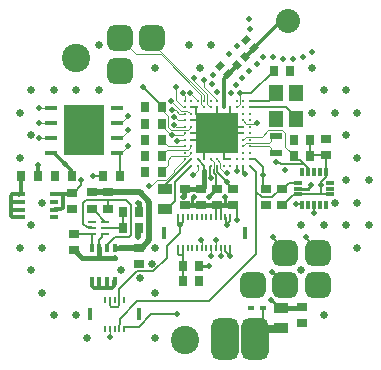
<source format=gtl>
G04*
G04 #@! TF.GenerationSoftware,Altium Limited,Altium Designer,19.0.12 (326)*
G04*
G04 Layer_Physical_Order=1*
G04 Layer_Color=255*
%FSLAX24Y24*%
%MOIN*%
G70*
G01*
G75*
%ADD14C,0.0100*%
G04:AMPARAMS|DCode=17|XSize=85mil|YSize=85mil|CornerRadius=21.3mil|HoleSize=0mil|Usage=FLASHONLY|Rotation=0.000|XOffset=0mil|YOffset=0mil|HoleType=Round|Shape=RoundedRectangle|*
%AMROUNDEDRECTD17*
21,1,0.0850,0.0425,0,0,0.0*
21,1,0.0425,0.0850,0,0,0.0*
1,1,0.0425,0.0213,-0.0213*
1,1,0.0425,-0.0213,-0.0213*
1,1,0.0425,-0.0213,0.0213*
1,1,0.0425,0.0213,0.0213*
%
%ADD17ROUNDEDRECTD17*%
%ADD18R,0.0150X0.0433*%
%ADD19R,0.0091X0.0248*%
%ADD20R,0.0276X0.0354*%
%ADD21R,0.0150X0.0433*%
G04:AMPARAMS|DCode=22|XSize=25.6mil|YSize=21.7mil|CornerRadius=0mil|HoleSize=0mil|Usage=FLASHONLY|Rotation=45.000|XOffset=0mil|YOffset=0mil|HoleType=Round|Shape=Rectangle|*
%AMROTATEDRECTD22*
4,1,4,-0.0014,-0.0167,-0.0167,-0.0014,0.0014,0.0167,0.0167,0.0014,-0.0014,-0.0167,0.0*
%
%ADD22ROTATEDRECTD22*%

G04:AMPARAMS|DCode=23|XSize=25.6mil|YSize=21.7mil|CornerRadius=0mil|HoleSize=0mil|Usage=FLASHONLY|Rotation=315.000|XOffset=0mil|YOffset=0mil|HoleType=Round|Shape=Rectangle|*
%AMROTATEDRECTD23*
4,1,4,-0.0167,0.0014,-0.0014,0.0167,0.0167,-0.0014,0.0014,-0.0167,-0.0167,0.0014,0.0*
%
%ADD23ROTATEDRECTD23*%

%ADD24R,0.0354X0.0276*%
%ADD25R,0.0197X0.0118*%
%ADD26R,0.0512X0.0335*%
%ADD27R,0.0295X0.0157*%
%ADD28R,0.0118X0.0315*%
%ADD29R,0.0315X0.0118*%
%ADD30R,0.0413X0.0177*%
%ADD31R,0.0472X0.0551*%
%ADD32R,0.0433X0.0236*%
%ADD33R,0.0157X0.0295*%
%ADD34R,0.0295X0.0110*%
%ADD59R,0.1437X0.1372*%
%ADD64R,0.1339X0.1693*%
%ADD65R,0.0311X0.0094*%
%ADD66R,0.0094X0.0094*%
%ADD67C,0.0080*%
%ADD68C,0.0040*%
%ADD69C,0.0080*%
%ADD70C,0.0120*%
%ADD71C,0.0150*%
%ADD72C,0.0200*%
%ADD73C,0.0060*%
%ADD74C,0.0123*%
%ADD75C,0.0250*%
%ADD76C,0.0803*%
G04:AMPARAMS|DCode=77|XSize=137.8mil|YSize=90.6mil|CornerRadius=22.6mil|HoleSize=0mil|Usage=FLASHONLY|Rotation=90.000|XOffset=0mil|YOffset=0mil|HoleType=Round|Shape=RoundedRectangle|*
%AMROUNDEDRECTD77*
21,1,0.1378,0.0453,0,0,90.0*
21,1,0.0925,0.0906,0,0,90.0*
1,1,0.0453,0.0226,0.0463*
1,1,0.0453,0.0226,-0.0463*
1,1,0.0453,-0.0226,-0.0463*
1,1,0.0453,-0.0226,0.0463*
%
%ADD77ROUNDEDRECTD77*%
%ADD78C,0.0945*%
%ADD79C,0.0220*%
%ADD80C,0.0200*%
%ADD81C,0.0250*%
D14*
X379Y-2598D02*
X695D01*
X1230Y-559D02*
Y-300D01*
X379Y-2598D02*
X379Y-2598D01*
X3059Y-4026D02*
X3100D01*
X3665Y-30D02*
X3995D01*
X4104Y80D01*
X150Y-350D02*
X200Y-300D01*
X150Y-577D02*
Y-350D01*
X143Y-585D02*
X150Y-577D01*
X1230Y-559D02*
X1255Y-585D01*
X2769Y-3736D02*
X3059Y-4026D01*
X700Y-300D02*
Y-269D01*
X935Y-33D01*
X974D01*
X-3874Y400D02*
Y562D01*
X-4111Y799D02*
X-3874Y562D01*
Y396D02*
Y400D01*
X-4474Y1161D02*
X-4111Y799D01*
X-4575Y1161D02*
X-4474D01*
D17*
X2165Y-3248D02*
D03*
X-2274Y3898D02*
D03*
X4331Y-2165D02*
D03*
X3248D02*
D03*
Y-3250D02*
D03*
X-1191Y4980D02*
D03*
X-2274D02*
D03*
X4331Y-3250D02*
D03*
D18*
X-3255Y-4223D02*
D03*
X-1625D02*
D03*
D19*
X-2755Y-3743D02*
D03*
X-2598D02*
D03*
X-2440D02*
D03*
X-2283D02*
D03*
X-2125D02*
D03*
Y-4725D02*
D03*
X-2283D02*
D03*
X-2440D02*
D03*
X-2598D02*
D03*
X-2755D02*
D03*
X-325Y-2028D02*
D03*
Y-984D02*
D03*
X1407Y-2028D02*
D03*
Y-984D02*
D03*
X-167D02*
D03*
X-10D02*
D03*
X148D02*
D03*
X305D02*
D03*
X463D02*
D03*
X620D02*
D03*
X778D02*
D03*
X935D02*
D03*
X1093D02*
D03*
X1250D02*
D03*
Y-2028D02*
D03*
X1093D02*
D03*
X935D02*
D03*
X778D02*
D03*
X620D02*
D03*
X463D02*
D03*
X305D02*
D03*
X148D02*
D03*
X-10D02*
D03*
X-167D02*
D03*
D20*
X379Y-3100D02*
D03*
X-172D02*
D03*
Y-2598D02*
D03*
X379D02*
D03*
X-5001Y396D02*
D03*
X-5552D02*
D03*
X-2173Y-1341D02*
D03*
X-1622D02*
D03*
X-4426Y400D02*
D03*
X-3874D02*
D03*
X-2274Y396D02*
D03*
X-2825D02*
D03*
X-1417Y508D02*
D03*
X-866D02*
D03*
X-1417Y1049D02*
D03*
X-866D02*
D03*
X-1417Y1591D02*
D03*
X-866D02*
D03*
X-1417Y2132D02*
D03*
X-866D02*
D03*
X-1417Y2673D02*
D03*
X-866D02*
D03*
X3415Y3898D02*
D03*
X2864D02*
D03*
X3530Y1591D02*
D03*
X4081D02*
D03*
X3530Y1049D02*
D03*
X4081D02*
D03*
X-2173Y-807D02*
D03*
X-1622D02*
D03*
D21*
X1896Y-1506D02*
D03*
X-813D02*
D03*
D22*
X2199Y4639D02*
D03*
X1921Y4917D02*
D03*
X1350Y3789D02*
D03*
X1072Y4068D02*
D03*
D23*
X1900Y4367D02*
D03*
X1622Y4089D02*
D03*
D24*
X3789Y-3967D02*
D03*
Y-4518D02*
D03*
X-3850Y-177D02*
D03*
Y-729D02*
D03*
X-3797Y-1537D02*
D03*
Y-2089D02*
D03*
X4596Y1624D02*
D03*
Y1073D02*
D03*
X3140Y-33D02*
D03*
Y-585D02*
D03*
X2598D02*
D03*
Y-33D02*
D03*
X-1624Y-2549D02*
D03*
Y-1998D02*
D03*
X1516Y-585D02*
D03*
Y-33D02*
D03*
X974Y-585D02*
D03*
Y-33D02*
D03*
X433Y-585D02*
D03*
Y-33D02*
D03*
X-108Y-585D02*
D03*
Y-33D02*
D03*
X-3207Y-157D02*
D03*
Y-709D02*
D03*
X-2657Y-157D02*
D03*
Y-709D02*
D03*
D25*
X2096Y-4006D02*
D03*
X2490D02*
D03*
D26*
X3100D02*
D03*
Y-4675D02*
D03*
X-778Y-703D02*
D03*
Y-33D02*
D03*
D27*
X-4450Y-994D02*
D03*
Y-738D02*
D03*
Y-482D02*
D03*
Y-226D02*
D03*
X-5552Y-994D02*
D03*
Y-738D02*
D03*
Y-482D02*
D03*
Y-226D02*
D03*
D28*
X3809Y508D02*
D03*
X4006D02*
D03*
X4203D02*
D03*
X4400D02*
D03*
X4596D02*
D03*
Y-567D02*
D03*
X4400D02*
D03*
X4203D02*
D03*
X4006D02*
D03*
X3809D02*
D03*
D29*
X4740Y167D02*
D03*
Y-30D02*
D03*
Y-226D02*
D03*
X3665D02*
D03*
Y-30D02*
D03*
Y167D02*
D03*
D30*
X-2354Y1161D02*
D03*
X-2354Y1661D02*
D03*
Y2161D02*
D03*
X-2354Y2661D02*
D03*
X-4575Y1161D02*
D03*
X-4575Y1661D02*
D03*
Y2161D02*
D03*
X-4575Y2661D02*
D03*
D31*
X2923Y2274D02*
D03*
Y3140D02*
D03*
X3593D02*
D03*
Y2274D02*
D03*
D32*
X2923Y1709D02*
D03*
Y1157D02*
D03*
D33*
X-2439Y-1998D02*
D03*
X-2695Y-1998D02*
D03*
X-2951Y-1998D02*
D03*
X-3207Y-1998D02*
D03*
X-2439Y-3100D02*
D03*
X-2695D02*
D03*
X-2951D02*
D03*
X-3207D02*
D03*
D34*
Y-1144D02*
D03*
Y-1341D02*
D03*
Y-1537D02*
D03*
X-2754Y-1144D02*
D03*
Y-1341D02*
D03*
Y-1537D02*
D03*
D59*
X974Y1807D02*
D03*
D64*
X-3465Y1911D02*
D03*
D65*
X217Y2673D02*
D03*
D66*
X1841Y2024D02*
D03*
Y1807D02*
D03*
X1191Y941D02*
D03*
X541D02*
D03*
X108Y1591D02*
D03*
Y1807D02*
D03*
Y2240D02*
D03*
X541Y2673D02*
D03*
X758D02*
D03*
X974D02*
D03*
X1191D02*
D03*
X1407D02*
D03*
X1624D02*
D03*
X1841D02*
D03*
Y2457D02*
D03*
Y2240D02*
D03*
Y1591D02*
D03*
Y1374D02*
D03*
Y1157D02*
D03*
Y941D02*
D03*
X1624D02*
D03*
X1407D02*
D03*
X974D02*
D03*
X758D02*
D03*
X325D02*
D03*
X108D02*
D03*
Y1157D02*
D03*
Y1374D02*
D03*
Y2024D02*
D03*
Y2457D02*
D03*
X758Y724D02*
D03*
X108Y2890D02*
D03*
X-108Y941D02*
D03*
Y1157D02*
D03*
Y1374D02*
D03*
Y1591D02*
D03*
Y1807D02*
D03*
Y2024D02*
D03*
Y2240D02*
D03*
Y2457D02*
D03*
Y2673D02*
D03*
Y2890D02*
D03*
X108Y724D02*
D03*
X325D02*
D03*
X541D02*
D03*
X974D02*
D03*
X1191D02*
D03*
X1407D02*
D03*
X1624D02*
D03*
X1841D02*
D03*
X2057D02*
D03*
Y941D02*
D03*
Y1157D02*
D03*
Y1374D02*
D03*
Y1591D02*
D03*
Y1807D02*
D03*
Y2024D02*
D03*
Y2240D02*
D03*
Y2457D02*
D03*
Y2673D02*
D03*
Y2890D02*
D03*
X1841D02*
D03*
X1624D02*
D03*
X974D02*
D03*
X758D02*
D03*
X541D02*
D03*
X325D02*
D03*
D67*
X-1638Y-4641D02*
X-1220Y-4222D01*
X-2120Y-4641D02*
X-1638D01*
X-2125Y-4646D02*
X-2120Y-4641D01*
X-2125Y-4725D02*
Y-4646D01*
X-1220Y-4222D02*
X-350D01*
X-2274Y-4366D02*
X-1697Y-3789D01*
X-2274Y-4512D02*
Y-4366D01*
X1402Y-1115D02*
Y-990D01*
X1252Y-2118D02*
Y-2029D01*
X-266Y-1250D02*
Y-1237D01*
X1402Y-990D02*
X1407Y-984D01*
X1250Y-2028D02*
X1252Y-2029D01*
X-266Y-1237D02*
X-173Y-1143D01*
X1255Y-1174D02*
X1299Y-1218D01*
X1252Y-2118D02*
X1407Y-2274D01*
X-190Y-2251D02*
X-172Y-2269D01*
X-173Y-1143D02*
Y-990D01*
X1255Y-1174D02*
Y-990D01*
X-296Y-2251D02*
X-190D01*
X-173Y-990D02*
X-167Y-984D01*
X1250D02*
X1255Y-990D01*
X-325Y-2222D02*
X-296Y-2251D01*
X1407Y-2274D02*
X1407Y-2274D01*
X-320Y-1164D02*
Y-990D01*
X-325Y-2222D02*
Y-2028D01*
X1407Y-2274D02*
Y-2028D01*
X-325Y-984D02*
X-320Y-990D01*
X-172Y-2269D02*
Y-2032D01*
X1299Y-1218D02*
X1402Y-1115D01*
X1407Y-2028D02*
X1407Y-2028D01*
X-172Y-2032D02*
X-167Y-2028D01*
X2509Y56D02*
Y672D01*
X2240Y941D02*
X2509Y672D01*
X2057Y941D02*
X2240D01*
X2509Y56D02*
X2598Y-33D01*
X3124Y781D02*
X3866D01*
X3726Y921D02*
X3866Y781D01*
X3627Y921D02*
X3726D01*
X3530Y1019D02*
X3627Y921D01*
X2057Y724D02*
X2274Y508D01*
Y-137D02*
Y508D01*
X3866Y781D02*
X4006Y641D01*
X-1697Y-3789D02*
X693D01*
X2274Y-2209D01*
Y-137D01*
X-2283Y-3381D02*
X-1697Y-2795D01*
X-1156D01*
X-2283Y-3743D02*
Y-3381D01*
X-2592Y-3925D02*
X-2551Y-3967D01*
X-2592Y-3925D02*
Y-3749D01*
X-2551Y-3967D02*
X-2330D01*
X-1156Y-2795D02*
X-708Y-2348D01*
Y-1949D01*
X-753Y80D02*
X108Y941D01*
X-433Y183D02*
X108Y724D01*
X-433Y-447D02*
Y183D01*
X-266Y-1507D02*
Y-1250D01*
X-708Y-1949D02*
X-266Y-1507D01*
X-2330Y-3967D02*
X-2288Y-3925D01*
Y-3749D01*
X-2283Y-3743D01*
X-2598D02*
X-2592Y-3749D01*
X-753Y-33D02*
Y80D01*
X-778Y-33D02*
X-753D01*
X-172Y-3100D02*
Y-2598D01*
Y-2269D01*
X3593Y2348D02*
Y2357D01*
X3277Y2673D02*
X3593Y2357D01*
X2057Y2673D02*
X3277D01*
X2923Y3140D02*
Y3215D01*
Y3113D02*
Y3140D01*
X2700Y2890D02*
X2923Y3113D01*
X2057Y2890D02*
X2700D01*
X938Y42D02*
X1050D01*
X2232Y-5089D02*
X2490Y-4831D01*
X1300Y172D02*
Y200D01*
Y172D02*
X1379Y93D01*
Y64D02*
Y93D01*
Y64D02*
X1476Y-33D01*
X1516D01*
X980Y534D02*
X1245Y270D01*
X1300Y200D02*
Y215D01*
X2274Y-137D02*
X2462Y-325D01*
X1555Y-585D02*
X1653Y-682D01*
Y-1083D02*
Y-682D01*
X1516Y-585D02*
X1555D01*
X296Y-487D02*
X394Y-585D01*
X433D01*
X974D02*
X995D01*
X1093Y-682D01*
Y-984D02*
Y-682D01*
X935Y-624D02*
X974Y-585D01*
X935Y-984D02*
Y-624D01*
X2490Y-4831D02*
Y-4776D01*
X2117Y3150D02*
X2864Y3898D01*
X1732Y3150D02*
X2117D01*
X2490Y-4776D02*
Y-4006D01*
X938Y42D02*
Y407D01*
X860Y485D02*
X938Y407D01*
X860Y485D02*
Y619D01*
X980Y534D02*
Y719D01*
X974Y724D02*
X980Y719D01*
X974Y-33D02*
X1050Y42D01*
X-3562Y71D02*
Y238D01*
X-3811Y-177D02*
X-3562Y71D01*
Y238D02*
X-3550Y250D01*
X-3850Y-177D02*
X-3811D01*
X3792Y-550D02*
X3809Y-567D01*
X3600Y-550D02*
X3792D01*
X-1506Y3350D02*
X-1504D01*
X4439Y80D02*
Y196D01*
Y-226D02*
Y80D01*
X-1504Y3350D02*
X-866Y2713D01*
Y2673D02*
Y2713D01*
X-3150Y396D02*
X-2825D01*
X1841Y528D02*
X1900Y469D01*
X1841Y528D02*
Y724D01*
X-2322Y1161D02*
X-2274Y1113D01*
Y396D02*
Y1113D01*
X4596Y508D02*
Y1073D01*
X4081Y1049D02*
X4104Y1073D01*
X4596D01*
X4081Y1049D02*
Y1591D01*
X4006Y508D02*
Y641D01*
X3530Y1019D02*
Y1049D01*
X4596Y353D02*
Y508D01*
X4439Y196D02*
X4596Y353D01*
X4439Y-226D02*
X4740D01*
X3665D02*
X4439D01*
X3518Y-245D02*
X3646D01*
X3179Y-585D02*
X3518Y-245D01*
X3140Y-585D02*
X3179D01*
X3646Y-245D02*
X3665Y-226D01*
X2809Y-325D02*
X3100Y-33D01*
X2462Y-325D02*
X2809D01*
X3380Y167D02*
X3665D01*
X3179Y-33D02*
X3380Y167D01*
X3140Y-33D02*
X3179D01*
X3100D02*
X3140D01*
X-689Y-703D02*
X-433Y-447D01*
X-778Y-703D02*
X-689D01*
X1624Y542D02*
Y724D01*
X541Y550D02*
Y724D01*
X325Y941D02*
X541Y724D01*
X-3070Y-828D02*
X-2754Y-1144D01*
X-3070Y-828D02*
Y-806D01*
X-3167Y-709D02*
X-3070Y-806D01*
X-3207Y-709D02*
X-3167D01*
X-2649Y-412D02*
X-2074D01*
X-3399D02*
X-2649D01*
X-2657Y-420D02*
X-2649Y-412D01*
X-2657Y-709D02*
Y-420D01*
X-3499Y-1206D02*
X-3379Y-1325D01*
X-3499Y-1206D02*
Y-512D01*
X-3399Y-412D01*
X-2074D02*
X-1899Y-587D01*
X-3379Y-1325D02*
X-3222D01*
X-3207Y-1341D01*
X-2173D02*
Y-807D01*
X-2754Y-1341D02*
X-2173D01*
X-2695Y-1998D02*
Y-1908D01*
X-2431Y-1644D01*
X-1973D01*
X-1899Y-1570D01*
Y-587D01*
X-2951Y-1998D02*
Y-1734D01*
X-2860Y-1644D01*
X-2860Y-1553D02*
X-2860Y-1644D01*
X-2860Y-1553D02*
X-2845Y-1537D01*
X-2754Y-1537D01*
X-3797D02*
X-3207D01*
Y-1998D02*
Y-1537D01*
D68*
X935Y-2028D02*
Y-1762D01*
X768Y-2274D02*
X773Y-2269D01*
X1093Y-2274D02*
Y-2028D01*
X433Y-1762D02*
X463Y-1792D01*
Y-2028D02*
Y-1792D01*
X773Y-2269D02*
Y-2032D01*
X778Y-2028D01*
X-2598Y-4980D02*
X-2598Y-4980D01*
Y-4725D01*
X-2598Y-4725D01*
X-1299Y42D02*
X-1228D01*
X-1026Y243D01*
X-731D01*
X-458Y516D01*
Y591D01*
X-108Y941D01*
X-0Y1049D02*
X108Y1157D01*
X-551Y1049D02*
X-0D01*
X9Y1265D02*
X81Y1337D01*
X-685Y1265D02*
X9D01*
X-4950Y2150D02*
X-4411D01*
X-4950Y2650D02*
X-4411D01*
X-4950Y1650D02*
X-4411D01*
X-758Y941D02*
Y1192D01*
X66Y3148D02*
X325Y2890D01*
X66Y3148D02*
Y3150D01*
X-177Y3115D02*
Y3150D01*
Y3115D02*
X-108Y3047D01*
Y2890D02*
Y3047D01*
X-913Y4439D02*
X433Y3093D01*
X-880Y4519D02*
X541Y3098D01*
X217Y3556D02*
X651Y3122D01*
X550Y3340D02*
Y3573D01*
Y3340D02*
X974Y2915D01*
X-881Y4519D02*
X-880D01*
X541Y2890D02*
Y3098D01*
X-1732Y4439D02*
X-913D01*
X433Y2781D02*
Y3093D01*
X325Y596D02*
Y724D01*
X161Y433D02*
X325Y596D01*
X651Y2781D02*
Y3122D01*
X974Y2890D02*
Y2915D01*
X217Y3556D02*
Y3657D01*
X-1191Y4829D02*
X-881Y4519D01*
X-1191Y4829D02*
Y4980D01*
X1236Y500D02*
X1319D01*
X1084Y652D02*
X1236Y500D01*
X866Y541D02*
Y866D01*
X1084Y652D02*
Y832D01*
X974Y941D02*
X1084Y832D01*
X-2274Y4980D02*
X-1732Y4439D01*
X-350Y1550D02*
X-307D01*
X-674Y1374D02*
X-108D01*
X-548Y1916D02*
X1D01*
X-450Y2093D02*
X-381Y2024D01*
X-650Y2018D02*
Y2387D01*
X-546Y1738D02*
X-177D01*
X-550D02*
X-546D01*
X-650Y2018D02*
X-548Y1916D01*
X-323Y2240D02*
X-108D01*
X-433Y2350D02*
X-323Y2240D01*
X2283Y2133D02*
X2300Y2150D01*
X1948Y2133D02*
X2283D01*
X1841Y2240D02*
X1948Y2133D01*
X-668Y745D02*
Y932D01*
X-866Y547D02*
X-668Y745D01*
Y932D02*
X-551Y1049D01*
X-758Y1192D02*
X-685Y1265D01*
X1732Y2782D02*
Y3150D01*
X433Y2781D02*
X541Y2673D01*
X651Y2781D02*
X731Y2701D01*
Y2700D02*
Y2701D01*
Y2700D02*
X758Y2673D01*
X-866Y2055D02*
X-550Y1738D01*
X-177D02*
X-108Y1807D01*
X-866Y2055D02*
Y2132D01*
X-307Y1550D02*
X-266Y1591D01*
X-108D01*
X-866Y1566D02*
X-674Y1374D01*
X-866Y1566D02*
Y1591D01*
X-4411Y2650D02*
X-4400Y2661D01*
X-4411Y2150D02*
X-4400Y2161D01*
X-4411Y1650D02*
X-4400Y1661D01*
X-390Y2917D02*
Y3340D01*
X-400Y3350D02*
X-390Y3340D01*
X-4575Y1661D02*
X-4400D01*
X-4575Y2161D02*
X-4400D01*
X-4575Y2661D02*
X-4400D01*
X-2000Y1898D02*
Y1916D01*
X-2236Y1661D02*
X-2000Y1898D01*
X-2322Y1161D02*
X-2236D01*
X-2354D02*
X-2322D01*
X-2168Y1232D02*
X-2000Y1400D01*
X-2168Y1230D02*
Y1232D01*
X-2236Y1161D02*
X-2168Y1230D01*
X-2354Y1661D02*
X-2236D01*
X-2168Y2232D02*
X-2000Y2400D01*
X-2168Y2230D02*
Y2232D01*
X-2236Y2161D02*
X-2168Y2230D01*
X-2354Y2161D02*
X-2236D01*
X-390Y2917D02*
X-174Y2700D01*
X-136D01*
X-108Y2673D01*
X-550Y2900D02*
X-214Y2564D01*
X-280Y2457D02*
X-108D01*
X-400Y2577D02*
X-280Y2457D01*
X-520Y2577D02*
X-400D01*
X-214Y2564D02*
X-14D01*
X66Y2484D01*
X81D01*
X108Y2457D01*
X-546Y2603D02*
X-520Y2577D01*
X-450Y2350D02*
X-433D01*
X-866Y2603D02*
X-650Y2387D01*
X-381Y2024D02*
X-108D01*
X3248Y1366D02*
Y1810D01*
X3146Y1911D02*
X3248Y1810D01*
X2669Y1911D02*
X3146D01*
X1624Y2673D02*
X1732Y2782D01*
X-866Y2603D02*
Y2673D01*
X1Y1916D02*
X108Y2024D01*
X-866Y1049D02*
X-758Y941D01*
X81Y1337D02*
Y1347D01*
X108Y1374D01*
X-866Y508D02*
Y547D01*
X3248Y1366D02*
X3530Y1084D01*
Y1049D02*
Y1084D01*
X2458Y1700D02*
X2669Y1911D01*
X1985Y1700D02*
X2458D01*
X1984Y1701D02*
X1985Y1700D01*
X1951Y1701D02*
X1984D01*
X1841Y1591D02*
X1951Y1701D01*
X1950Y1483D02*
X2698D01*
X2769Y1554D01*
Y1611D01*
X2867Y1709D01*
X2923D01*
X1841Y1374D02*
X1950Y1483D01*
X2707Y1374D02*
X2769Y1312D01*
Y1256D02*
Y1312D01*
Y1256D02*
X2867Y1157D01*
X2923D01*
X2057Y1374D02*
X2707D01*
X819Y914D02*
X866Y866D01*
X785Y914D02*
X819D01*
X758Y941D02*
X785Y914D01*
D69*
X-2283Y-4725D02*
X-2274Y-4439D01*
X2923Y866D02*
X3124Y781D01*
D70*
X-2528Y-3362D02*
X-2458Y-3292D01*
Y-3119D01*
X-2699Y-3362D02*
X-2528Y-3362D01*
X-5640Y-245D02*
Y-226D01*
X-5000Y397D02*
Y750D01*
X-5001Y396D02*
X-5000Y397D01*
X-4174Y-226D02*
X-3899D01*
X-4450D02*
X-4174D01*
X-4221Y-726D02*
X-4174Y-680D01*
X-4438Y-726D02*
X-4221D01*
X-4450Y-738D02*
X-4438Y-726D01*
X-4174Y-680D02*
Y-226D01*
X-3899D02*
X-3850Y-177D01*
X-5552Y-226D02*
Y396D01*
X-5864Y-226D02*
X-5640D01*
X-5900Y-263D02*
X-5864Y-226D01*
X-5900Y-500D02*
Y-263D01*
Y-722D02*
Y-500D01*
Y-944D02*
Y-722D01*
X-5884Y-738D01*
X-5552D01*
X-5900Y-500D02*
X-5882Y-482D01*
X-5552D01*
X-5850Y-994D02*
X-5552D01*
X-5900Y-944D02*
X-5850Y-994D01*
X-5640Y-245D02*
X-5621Y-226D01*
X-5552D01*
X-2949Y-3362D02*
X-2699Y-3362D01*
X-2695Y-3358D01*
Y-3100D01*
X-3118Y-3362D02*
X-2949Y-3362D01*
X-2951Y-3361D02*
X-2949Y-3362D01*
X-2951Y-3361D02*
Y-3100D01*
X-3188Y-3292D02*
X-3118Y-3362D01*
X-2458Y-3119D02*
X-2439Y-3100D01*
X-3188Y-3292D02*
X-3188Y-3119D01*
X-3207Y-3100D02*
X-3188Y-3119D01*
D71*
X-150Y-300D02*
X-140Y-290D01*
X1255Y-585D02*
X1516D01*
X995D02*
X1255D01*
X143D02*
X394D01*
X-108D02*
X143D01*
X-140Y-290D02*
Y-66D01*
X433Y-585D02*
X974D01*
X3750Y-4006D02*
X3789Y-3967D01*
X3100Y-4006D02*
X3750D01*
X3008Y-3914D02*
X3100Y-4006D01*
X-2951Y-2361D02*
X-2432D01*
X-2431Y-2362D01*
X-3525Y-2361D02*
X-2951D01*
X-3695Y-2191D02*
X-3525Y-2361D01*
X-2951D02*
Y-1998D01*
X-3695Y-2191D02*
Y-2151D01*
X-3758Y-2089D02*
X-3695Y-2151D01*
X-3797Y-2089D02*
X-3758D01*
X-140Y-66D02*
X-108Y-33D01*
X-1650Y-512D02*
X-1640Y-522D01*
Y-789D02*
Y-522D01*
Y-789D02*
X-1622Y-807D01*
X410Y-57D02*
X433Y-33D01*
X535Y29D02*
Y544D01*
X-108Y-33D02*
X433D01*
X472D02*
X535Y29D01*
X433Y-33D02*
X472D01*
X-2439Y-1998D02*
X-2249Y-1998D01*
D72*
X-1299Y-1762D02*
Y-470D01*
X-1535Y-1998D02*
X-1299Y-1762D01*
X-3207Y-157D02*
X-1612D01*
X-1624Y-1998D02*
X-1535D01*
X-2249Y-1998D02*
X-1624Y-1998D01*
X-1650Y-1650D02*
Y-1369D01*
X-1622Y-1341D01*
X-1612Y-157D02*
X-1299Y-470D01*
D73*
X1407Y2240D02*
X1624Y2024D01*
X286Y2463D02*
Y2673D01*
X974Y1807D02*
X1841D01*
X974D02*
X974D01*
X2800Y-2800D02*
X3248Y-3248D01*
X4331Y-2165D02*
Y-2067D01*
X3950Y-1644D02*
X3977Y-1670D01*
Y-1713D02*
Y-1670D01*
Y-1713D02*
X4331Y-2067D01*
X2850Y-1682D02*
Y-1644D01*
Y-1682D02*
X3248Y-2080D01*
Y-2165D02*
Y-2080D01*
X744Y346D02*
X758Y333D01*
X744Y346D02*
Y711D01*
X758Y724D01*
X4200Y-850D02*
X4201Y-849D01*
Y-568D01*
X4203Y-567D01*
X1191Y941D02*
Y1591D01*
Y941D02*
X1407D01*
X1191D02*
X1191D01*
X974Y1807D02*
X974Y2673D01*
X1624Y2024D02*
X1841D01*
X974Y1807D02*
X1191Y1591D01*
X758D02*
X974Y1807D01*
X541Y1374D02*
X758Y1591D01*
X541Y941D02*
Y1374D01*
X108Y1591D02*
X758D01*
X108Y1807D02*
X974D01*
X286Y2463D02*
X509Y2240D01*
X541D01*
X108D02*
X509D01*
X541D02*
X974Y1807D01*
X974D02*
X1407Y2240D01*
Y2673D01*
D74*
X3232Y5438D02*
X3300Y5506D01*
X2999Y5438D02*
X3232D01*
X2199Y4639D02*
X2999Y5438D01*
X1900Y4367D02*
X1928D01*
X2199Y4639D01*
X1622Y4061D02*
Y4089D01*
X1350Y3789D02*
X1622Y4061D01*
X1350Y3771D02*
Y3789D01*
X1191Y3612D02*
X1350Y3771D01*
X1191Y2673D02*
Y3612D01*
D75*
X2490Y-4776D02*
X2552Y-4713D01*
X3063D02*
X3100Y-4675D01*
X2552Y-4713D02*
X3063D01*
D76*
X3346Y5568D02*
D03*
D77*
X1230Y-5060D02*
D03*
X2230D02*
D03*
D78*
X-3740Y4331D02*
D03*
X-108Y-5089D02*
D03*
D79*
X1407Y2240D02*
D03*
X541D02*
D03*
Y1374D02*
D03*
X1407D02*
D03*
D80*
X-1650Y-512D02*
D03*
X2165Y-3248D02*
D03*
X-1650Y-1650D02*
D03*
X-2431Y-2362D02*
D03*
X-150Y-300D02*
D03*
X2923Y866D02*
D03*
X935Y-1762D02*
D03*
X768Y-2274D02*
D03*
X695Y-2598D02*
D03*
X1093Y-2274D02*
D03*
X1230Y-300D02*
D03*
X-350Y-4222D02*
D03*
X433Y-1762D02*
D03*
X-266Y-1250D02*
D03*
X1407Y-2274D02*
D03*
X1299Y-1250D02*
D03*
X3248Y575D02*
D03*
X2490Y433D02*
D03*
X-2598Y-4980D02*
D03*
X-1299Y42D02*
D03*
X4104Y80D02*
D03*
X66Y3150D02*
D03*
X-177D02*
D03*
X1300Y200D02*
D03*
X161Y433D02*
D03*
X200Y-300D02*
D03*
X1624Y542D02*
D03*
X-1612Y-157D02*
D03*
X1653Y-1083D02*
D03*
X2769Y-3736D02*
D03*
X2046Y3878D02*
D03*
X3839Y4364D02*
D03*
X3511Y4277D02*
D03*
X3171Y4279D02*
D03*
X2843Y4368D02*
D03*
X2074Y5291D02*
D03*
X2046Y5630D02*
D03*
X4134Y4533D02*
D03*
X974Y3190D02*
D03*
X1438Y3140D02*
D03*
X1622Y4727D02*
D03*
X2297Y4127D02*
D03*
X2509Y4339D02*
D03*
X1355Y4459D02*
D03*
X827Y3739D02*
D03*
X805Y3440D02*
D03*
X1598Y3428D02*
D03*
X1803Y3647D02*
D03*
X550Y3573D02*
D03*
X217Y3657D02*
D03*
X2800Y-2800D02*
D03*
X700Y-300D02*
D03*
X3950Y-1644D02*
D03*
X2850D02*
D03*
X1319Y500D02*
D03*
X758Y333D02*
D03*
X-3550Y250D02*
D03*
X-350Y1550D02*
D03*
X-450Y2093D02*
D03*
X-546Y1738D02*
D03*
X2300Y2150D02*
D03*
X-5000Y750D02*
D03*
X3600Y-550D02*
D03*
X-1506Y3350D02*
D03*
X-3150Y396D02*
D03*
X-4111Y799D02*
D03*
X4200Y-850D02*
D03*
X4439Y80D02*
D03*
X1732Y3150D02*
D03*
X1900Y469D02*
D03*
X-4950Y2650D02*
D03*
Y2150D02*
D03*
Y1650D02*
D03*
X-400Y3350D02*
D03*
X-2000Y1400D02*
D03*
Y1916D02*
D03*
Y2400D02*
D03*
X-550Y2900D02*
D03*
X-450Y2350D02*
D03*
X-546Y2603D02*
D03*
D81*
X-1612Y-3000D02*
D03*
X-1200Y-2549D02*
D03*
X5650Y2500D02*
D03*
Y1000D02*
D03*
X6025Y250D02*
D03*
X5650Y-500D02*
D03*
X6025Y-1250D02*
D03*
X5650Y-2000D02*
D03*
X5275Y3250D02*
D03*
X4900Y2500D02*
D03*
X5275Y1750D02*
D03*
Y250D02*
D03*
X4900Y-500D02*
D03*
X5275Y-1250D02*
D03*
X4150Y4000D02*
D03*
X4525Y3250D02*
D03*
X4150Y2500D02*
D03*
X4525Y-1250D02*
D03*
Y-4250D02*
D03*
X3775Y-1250D02*
D03*
Y-2750D02*
D03*
X775Y4750D02*
D03*
X400Y4000D02*
D03*
X25Y4750D02*
D03*
X-1100Y4000D02*
D03*
Y-2000D02*
D03*
Y-3500D02*
D03*
Y-5000D02*
D03*
X-2225Y-2750D02*
D03*
X-2975Y4750D02*
D03*
Y3250D02*
D03*
X-3350Y-5000D02*
D03*
X-3725Y3250D02*
D03*
Y-4250D02*
D03*
X-4475Y3250D02*
D03*
X-4850Y-500D02*
D03*
Y-2000D02*
D03*
Y-3500D02*
D03*
X-4475Y-4250D02*
D03*
X-5225Y3250D02*
D03*
X-5600Y2500D02*
D03*
X-5225Y1750D02*
D03*
X-5600Y1000D02*
D03*
X-5225Y-1250D02*
D03*
X-5600Y-2000D02*
D03*
X-5225Y-2750D02*
D03*
M02*

</source>
